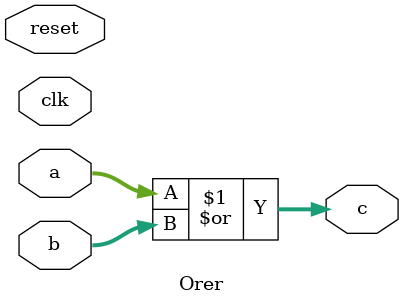
<source format=v>
module Orer #(parameter Size = 32)(
  input wire clk,
  input wire reset,
  input wire [Size-1:0] a,
  input wire [Size-1:0] b,
  output wire [Size-1:0] c
);
  assign c = a | b;
endmodule
</source>
